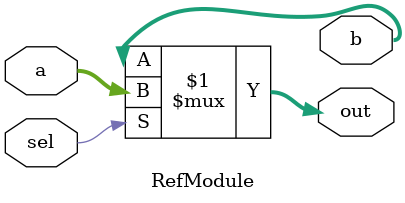
<source format=sv>
module RefModule (
  input sel,
  input [7:0] a,
  output [7:0] b,
  output [7:0] out  // out is now a wire
);

  assign out = sel ? a : b;

endmodule

</source>
